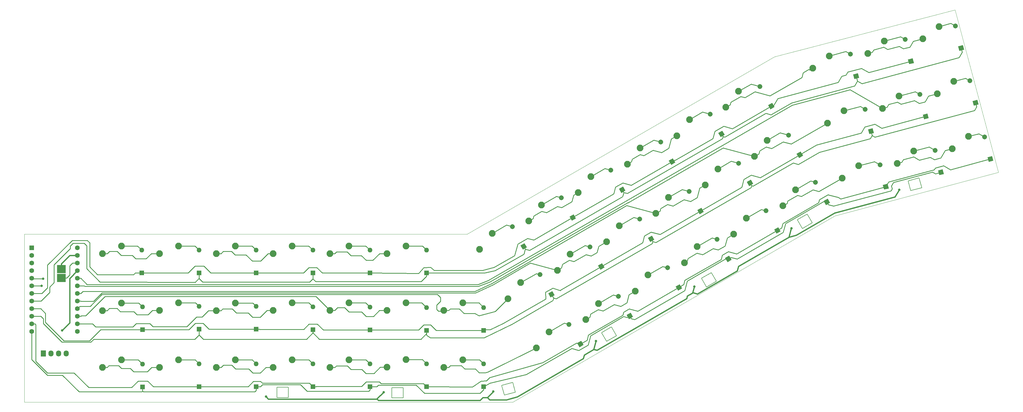
<source format=gbr>
G04 #@! TF.GenerationSoftware,KiCad,Pcbnew,(5.1.5)-3*
G04 #@! TF.CreationDate,2020-03-28T17:37:08+01:00*
G04 #@! TF.ProjectId,kopesh,6b6f7065-7368-42e6-9b69-6361645f7063,rev?*
G04 #@! TF.SameCoordinates,Original*
G04 #@! TF.FileFunction,Copper,L2,Bot*
G04 #@! TF.FilePolarity,Positive*
%FSLAX46Y46*%
G04 Gerber Fmt 4.6, Leading zero omitted, Abs format (unit mm)*
G04 Created by KiCad (PCBNEW (5.1.5)-3) date 2020-03-28 17:37:08*
%MOMM*%
%LPD*%
G04 APERTURE LIST*
%ADD10C,0.050000*%
%ADD11C,0.150000*%
%ADD12R,1.600000X1.600000*%
%ADD13O,1.600000X1.600000*%
%ADD14C,1.600000*%
%ADD15R,1.730000X2.030000*%
%ADD16O,1.730000X2.030000*%
%ADD17R,3.000000X2.750000*%
%ADD18C,2.250000*%
%ADD19C,1.600000*%
%ADD20C,0.800000*%
%ADD21C,0.381000*%
%ADD22C,0.250000*%
G04 APERTURE END LIST*
D10*
X375136651Y-106420121D02*
X360606650Y-52170125D01*
X320476648Y-121060124D02*
X375136651Y-106420121D01*
X212926648Y-183250129D02*
X320476648Y-121060124D01*
X49936648Y-183250121D02*
X212926648Y-183250129D01*
X49926648Y-127100116D02*
X49936648Y-183250121D01*
X197736650Y-127090122D02*
X49926648Y-127100116D01*
X300336652Y-67850125D02*
X197736650Y-127090122D01*
X360606650Y-52170125D02*
X300336652Y-67850125D01*
D11*
X138016660Y-181690112D02*
X138016660Y-178290112D01*
X134216660Y-178290112D02*
X138016660Y-178290112D01*
X134216660Y-181690112D02*
X134216660Y-178290112D01*
X134216660Y-181690112D02*
X138016660Y-181690112D01*
X280930800Y-142903522D02*
X279230800Y-139959036D01*
X275939904Y-141859036D02*
X279230800Y-139959036D01*
X277639904Y-144803522D02*
X275939904Y-141859036D01*
X277639904Y-144803522D02*
X280930800Y-142903522D01*
X349502947Y-111607008D02*
X348622962Y-108322860D01*
X344952444Y-109306372D02*
X348622962Y-108322860D01*
X345832429Y-112590520D02*
X344952444Y-109306372D01*
X345832429Y-112590520D02*
X349502947Y-111607008D01*
X312952272Y-123340873D02*
X311252272Y-120396387D01*
X307961376Y-122296387D02*
X311252272Y-120396387D01*
X309661376Y-125240873D02*
X307961376Y-122296387D01*
X309661376Y-125240873D02*
X312952272Y-123340873D01*
X247610771Y-161059874D02*
X245910771Y-158115388D01*
X242619875Y-160015388D02*
X245910771Y-158115388D01*
X244319875Y-162959874D02*
X242619875Y-160015388D01*
X244319875Y-162959874D02*
X247610771Y-161059874D01*
X213803448Y-179933013D02*
X212923463Y-176648865D01*
X209252945Y-177632377D02*
X212923463Y-176648865D01*
X210132930Y-180916525D02*
X209252945Y-177632377D01*
X210132930Y-180916525D02*
X213803448Y-179933013D01*
X176379161Y-181805113D02*
X176379161Y-178405113D01*
X172579161Y-178405113D02*
X176379161Y-178405113D01*
X172579161Y-181805113D02*
X172579161Y-178405113D01*
X172579161Y-181805113D02*
X176379161Y-181805113D01*
D12*
X89076654Y-140108111D03*
D13*
X89076654Y-132488111D03*
D14*
X67607251Y-131710875D03*
X67607251Y-134250875D03*
X67607251Y-136790875D03*
X67607251Y-139330875D03*
X67607251Y-141870875D03*
X67607251Y-144410875D03*
X67607251Y-146950875D03*
X67607251Y-149490875D03*
X67607251Y-152030875D03*
X67607251Y-154570875D03*
X67607251Y-157110875D03*
X67607251Y-159650875D03*
X52367251Y-159650875D03*
X52367251Y-157110875D03*
X52367251Y-154570875D03*
X52367251Y-152030875D03*
X52367251Y-149490875D03*
X52367251Y-146950875D03*
X52367251Y-144410875D03*
X52367251Y-141870875D03*
X52367251Y-139330875D03*
X52367251Y-136790875D03*
X52367251Y-134250875D03*
D12*
X52367251Y-131710875D03*
D15*
X56261000Y-167005000D03*
D16*
X58801000Y-167005000D03*
X61341000Y-167005000D03*
X63881000Y-167005000D03*
D17*
X62293500Y-138772900D03*
X62293500Y-141770100D03*
D18*
X215616358Y-143320719D03*
X211387096Y-148695423D03*
X255466355Y-98360715D03*
X251237093Y-103735419D03*
X120346649Y-131070121D03*
X113996649Y-133610121D03*
X365152204Y-94471011D03*
X359675975Y-98567964D03*
X360215303Y-76085817D03*
X354739074Y-80182770D03*
X355315300Y-57735818D03*
X349839071Y-61832771D03*
X346815304Y-99375809D03*
X341339075Y-103472762D03*
X341875301Y-81005817D03*
X336399072Y-85102770D03*
X336965302Y-62635812D03*
X331489073Y-66732765D03*
X328455307Y-104275819D03*
X322979078Y-108372772D03*
X323555297Y-85925819D03*
X318079068Y-90022772D03*
X318605303Y-67565817D03*
X313129074Y-71662770D03*
X307386354Y-112270705D03*
X303157092Y-117645409D03*
X297886354Y-95790709D03*
X293657092Y-101165413D03*
X288356353Y-79360708D03*
X284127091Y-84735412D03*
X290946361Y-121780715D03*
X286717099Y-127155419D03*
X281436359Y-105330708D03*
X277207097Y-110705412D03*
X271936360Y-88850709D03*
X267707098Y-94225413D03*
X274476358Y-131300710D03*
X270247096Y-136675414D03*
X264966354Y-114830712D03*
X260737092Y-120205416D03*
X258056357Y-140790713D03*
X253827095Y-146165417D03*
X248516353Y-124320712D03*
X244287091Y-129695416D03*
X239026361Y-107870710D03*
X234797099Y-113245414D03*
X241556351Y-150280712D03*
X237327089Y-155655416D03*
X232076353Y-133820713D03*
X227847091Y-139195417D03*
X222566358Y-117380714D03*
X218337096Y-122755418D03*
X225086361Y-159780715D03*
X220857099Y-165155419D03*
X206096356Y-126850709D03*
X201867094Y-132225413D03*
X196296652Y-169080117D03*
X189946652Y-171620117D03*
X196306645Y-150080123D03*
X189956645Y-152620123D03*
X177306649Y-169070120D03*
X170956649Y-171610120D03*
X177306658Y-150100122D03*
X170956658Y-152640122D03*
X177296650Y-131100116D03*
X170946650Y-133640116D03*
X158306654Y-169110119D03*
X151956654Y-171650119D03*
X158306648Y-150090119D03*
X151956648Y-152630119D03*
X158296650Y-131070123D03*
X151946650Y-133610123D03*
X139316652Y-169100124D03*
X132966652Y-171640124D03*
X139316654Y-150090125D03*
X132966654Y-152630125D03*
X139296658Y-131090114D03*
X132946658Y-133630114D03*
X120366655Y-169120121D03*
X114016655Y-171660121D03*
X120356656Y-150130122D03*
X114006656Y-152670122D03*
X101346650Y-169120119D03*
X94996650Y-171660119D03*
X101346649Y-150080116D03*
X94996649Y-152620116D03*
X101346654Y-131080123D03*
X94996654Y-133620123D03*
X82316650Y-169110120D03*
X75966650Y-171650120D03*
X82326658Y-150110118D03*
X75976658Y-152650118D03*
X82326651Y-131090121D03*
X75976651Y-133630121D03*
G04 #@! TA.AperFunction,ComponentPad*
D11*
G36*
X373412446Y-102573803D02*
G01*
X371866965Y-102987914D01*
X371452854Y-101442433D01*
X372998335Y-101028322D01*
X373412446Y-102573803D01*
G37*
G04 #@! TD.AperFunction*
D19*
X370460449Y-94647763D02*
X370460449Y-94647763D01*
G04 #@! TA.AperFunction,ComponentPad*
D11*
G36*
X368459447Y-83777803D02*
G01*
X366913966Y-84191914D01*
X366499855Y-82646433D01*
X368045336Y-82232322D01*
X368459447Y-83777803D01*
G37*
G04 #@! TD.AperFunction*
D19*
X365507450Y-75851763D02*
X365507450Y-75851763D01*
G04 #@! TA.AperFunction,ComponentPad*
D11*
G36*
X363633449Y-65489808D02*
G01*
X362087968Y-65903919D01*
X361673857Y-64358438D01*
X363219338Y-63944327D01*
X363633449Y-65489808D01*
G37*
G04 #@! TD.AperFunction*
D19*
X360681452Y-57563768D02*
X360681452Y-57563768D01*
G04 #@! TA.AperFunction,ComponentPad*
D11*
G36*
X236619470Y-164149936D02*
G01*
X235233830Y-164949936D01*
X234433830Y-163564296D01*
X235819470Y-162764296D01*
X236619470Y-164149936D01*
G37*
G04 #@! TD.AperFunction*
D19*
X231716650Y-157258002D02*
X231716650Y-157258002D01*
G04 #@! TA.AperFunction,ComponentPad*
D11*
G36*
X226967472Y-147512934D02*
G01*
X225581832Y-148312934D01*
X224781832Y-146927294D01*
X226167472Y-146127294D01*
X226967472Y-147512934D01*
G37*
G04 #@! TD.AperFunction*
D19*
X222064652Y-140621000D02*
X222064652Y-140621000D01*
G04 #@! TA.AperFunction,ComponentPad*
D11*
G36*
X217696475Y-131510939D02*
G01*
X216310835Y-132310939D01*
X215510835Y-130925299D01*
X216896475Y-130125299D01*
X217696475Y-131510939D01*
G37*
G04 #@! TD.AperFunction*
D19*
X212793655Y-124619005D02*
X212793655Y-124619005D01*
G04 #@! TA.AperFunction,ComponentPad*
D11*
G36*
X356902444Y-107018805D02*
G01*
X355356963Y-107432916D01*
X354942852Y-105887435D01*
X356488333Y-105473324D01*
X356902444Y-107018805D01*
G37*
G04 #@! TD.AperFunction*
D19*
X353950447Y-99092765D02*
X353950447Y-99092765D01*
G04 #@! TA.AperFunction,ComponentPad*
D11*
G36*
X351822443Y-88349804D02*
G01*
X350276962Y-88763915D01*
X349862851Y-87218434D01*
X351408332Y-86804323D01*
X351822443Y-88349804D01*
G37*
G04 #@! TD.AperFunction*
D19*
X348870446Y-80423764D02*
X348870446Y-80423764D01*
G04 #@! TA.AperFunction,ComponentPad*
D11*
G36*
X346869449Y-69934807D02*
G01*
X345323968Y-70348918D01*
X344909857Y-68803437D01*
X346455338Y-68389326D01*
X346869449Y-69934807D01*
G37*
G04 #@! TD.AperFunction*
D19*
X343917452Y-62008767D02*
X343917452Y-62008767D01*
D12*
X203268649Y-178081124D03*
D13*
X203268649Y-170461124D03*
D12*
X203268649Y-159285118D03*
D13*
X203268649Y-151665118D03*
G04 #@! TA.AperFunction,ComponentPad*
D11*
G36*
X338487449Y-111844814D02*
G01*
X336941968Y-112258925D01*
X336527857Y-110713444D01*
X338073338Y-110299333D01*
X338487449Y-111844814D01*
G37*
G04 #@! TD.AperFunction*
D19*
X335535452Y-103918774D02*
X335535452Y-103918774D01*
G04 #@! TA.AperFunction,ComponentPad*
D11*
G36*
X333534444Y-93302804D02*
G01*
X331988963Y-93716915D01*
X331574852Y-92171434D01*
X333120333Y-91757323D01*
X333534444Y-93302804D01*
G37*
G04 #@! TD.AperFunction*
D19*
X330582447Y-85376764D02*
X330582447Y-85376764D01*
G04 #@! TA.AperFunction,ComponentPad*
D11*
G36*
X328581444Y-74887807D02*
G01*
X327035963Y-75301918D01*
X326621852Y-73756437D01*
X328167333Y-73342326D01*
X328581444Y-74887807D01*
G37*
G04 #@! TD.AperFunction*
D19*
X325629447Y-66961767D02*
X325629447Y-66961767D01*
D12*
X184218652Y-178081117D03*
D13*
X184218652Y-170461117D03*
D12*
X184171654Y-159285123D03*
D13*
X184171654Y-151665123D03*
D12*
X184218648Y-140108118D03*
D13*
X184218648Y-132488118D03*
G04 #@! TA.AperFunction,ComponentPad*
D11*
G36*
X318915471Y-116651938D02*
G01*
X317529831Y-117451938D01*
X316729831Y-116066298D01*
X318115471Y-115266298D01*
X318915471Y-116651938D01*
G37*
G04 #@! TD.AperFunction*
D19*
X314012651Y-109760004D02*
X314012651Y-109760004D01*
G04 #@! TA.AperFunction,ComponentPad*
D11*
G36*
X309898468Y-100903941D02*
G01*
X308512828Y-101703941D01*
X307712828Y-100318301D01*
X309098468Y-99518301D01*
X309898468Y-100903941D01*
G37*
G04 #@! TD.AperFunction*
D19*
X304995648Y-94012007D02*
X304995648Y-94012007D01*
G04 #@! TA.AperFunction,ComponentPad*
D11*
G36*
X300373472Y-84647942D02*
G01*
X298987832Y-85447942D01*
X298187832Y-84062302D01*
X299573472Y-83262302D01*
X300373472Y-84647942D01*
G37*
G04 #@! TD.AperFunction*
D19*
X295470652Y-77756008D02*
X295470652Y-77756008D01*
D12*
X165295653Y-178081119D03*
D13*
X165295653Y-170461119D03*
D12*
X165295650Y-159158123D03*
D13*
X165295650Y-151538123D03*
D12*
X165295655Y-140108121D03*
D13*
X165295655Y-132488121D03*
G04 #@! TA.AperFunction,ComponentPad*
D11*
G36*
X302405469Y-126176931D02*
G01*
X301019829Y-126976931D01*
X300219829Y-125591291D01*
X301605469Y-124791291D01*
X302405469Y-126176931D01*
G37*
G04 #@! TD.AperFunction*
D19*
X297502649Y-119284997D02*
X297502649Y-119284997D01*
G04 #@! TA.AperFunction,ComponentPad*
D11*
G36*
X293261475Y-110301943D02*
G01*
X291875835Y-111101943D01*
X291075835Y-109716303D01*
X292461475Y-108916303D01*
X293261475Y-110301943D01*
G37*
G04 #@! TD.AperFunction*
D19*
X288358655Y-103410009D02*
X288358655Y-103410009D01*
G04 #@! TA.AperFunction,ComponentPad*
D11*
G36*
X283736478Y-93918941D02*
G01*
X282350838Y-94718941D01*
X281550838Y-93333301D01*
X282936478Y-92533301D01*
X283736478Y-93918941D01*
G37*
G04 #@! TD.AperFunction*
D19*
X278833658Y-87027007D02*
X278833658Y-87027007D01*
D12*
X146245646Y-178081124D03*
D13*
X146245646Y-170461124D03*
D12*
X146245652Y-159031121D03*
D13*
X146245652Y-151411121D03*
D12*
X146245649Y-140108121D03*
D13*
X146245649Y-132488121D03*
G04 #@! TA.AperFunction,ComponentPad*
D11*
G36*
X286022474Y-135701947D02*
G01*
X284636834Y-136501947D01*
X283836834Y-135116307D01*
X285222474Y-134316307D01*
X286022474Y-135701947D01*
G37*
G04 #@! TD.AperFunction*
D19*
X281119654Y-128810013D02*
X281119654Y-128810013D01*
G04 #@! TA.AperFunction,ComponentPad*
D11*
G36*
X276751473Y-119699935D02*
G01*
X275365833Y-120499935D01*
X274565833Y-119114295D01*
X275951473Y-118314295D01*
X276751473Y-119699935D01*
G37*
G04 #@! TD.AperFunction*
D19*
X271848653Y-112808001D02*
X271848653Y-112808001D01*
G04 #@! TA.AperFunction,ComponentPad*
D11*
G36*
X267226472Y-103189943D02*
G01*
X265840832Y-103989943D01*
X265040832Y-102604303D01*
X266426472Y-101804303D01*
X267226472Y-103189943D01*
G37*
G04 #@! TD.AperFunction*
D19*
X262323652Y-96298009D02*
X262323652Y-96298009D01*
D12*
X127322653Y-178081124D03*
D13*
X127322653Y-170461124D03*
D12*
X127322651Y-158904123D03*
D13*
X127322651Y-151284123D03*
D12*
X127322655Y-140108126D03*
D13*
X127322655Y-132488126D03*
G04 #@! TA.AperFunction,ComponentPad*
D11*
G36*
X269512475Y-145226937D02*
G01*
X268126835Y-146026937D01*
X267326835Y-144641297D01*
X268712475Y-143841297D01*
X269512475Y-145226937D01*
G37*
G04 #@! TD.AperFunction*
D19*
X264609655Y-138335003D02*
X264609655Y-138335003D01*
G04 #@! TA.AperFunction,ComponentPad*
D11*
G36*
X260241479Y-128970938D02*
G01*
X258855839Y-129770938D01*
X258055839Y-128385298D01*
X259441479Y-127585298D01*
X260241479Y-128970938D01*
G37*
G04 #@! TD.AperFunction*
D19*
X255338659Y-122079004D02*
X255338659Y-122079004D01*
G04 #@! TA.AperFunction,ComponentPad*
D11*
G36*
X250589467Y-112587936D02*
G01*
X249203827Y-113387936D01*
X248403827Y-112002296D01*
X249789467Y-111202296D01*
X250589467Y-112587936D01*
G37*
G04 #@! TD.AperFunction*
D19*
X245686647Y-105696002D02*
X245686647Y-105696002D01*
D12*
X108272654Y-178081117D03*
D13*
X108272654Y-170461117D03*
D12*
X108272652Y-158904120D03*
D13*
X108272652Y-151284120D03*
D12*
X108272654Y-140108123D03*
D13*
X108272654Y-132488123D03*
G04 #@! TA.AperFunction,ComponentPad*
D11*
G36*
X253129473Y-154751948D02*
G01*
X251743833Y-155551948D01*
X250943833Y-154166308D01*
X252329473Y-153366308D01*
X253129473Y-154751948D01*
G37*
G04 #@! TD.AperFunction*
D19*
X248226653Y-147860014D02*
X248226653Y-147860014D01*
G04 #@! TA.AperFunction,ComponentPad*
D11*
G36*
X243604468Y-138241935D02*
G01*
X242218828Y-139041935D01*
X241418828Y-137656295D01*
X242804468Y-136856295D01*
X243604468Y-138241935D01*
G37*
G04 #@! TD.AperFunction*
D19*
X238701648Y-131350001D02*
X238701648Y-131350001D01*
G04 #@! TA.AperFunction,ComponentPad*
D11*
G36*
X234079473Y-121858940D02*
G01*
X232693833Y-122658940D01*
X231893833Y-121273300D01*
X233279473Y-120473300D01*
X234079473Y-121858940D01*
G37*
G04 #@! TD.AperFunction*
D19*
X229176653Y-114967006D02*
X229176653Y-114967006D01*
D12*
X89349657Y-178208127D03*
D13*
X89349657Y-170588127D03*
D12*
X89349650Y-159031124D03*
D13*
X89349650Y-151411124D03*
D20*
X169835161Y-179926611D03*
X130592160Y-181424114D03*
X206474658Y-179736111D03*
X240757837Y-162884046D03*
X273575972Y-144669723D03*
X306002319Y-125141802D03*
X341970180Y-112287450D03*
X62484000Y-159258000D03*
X55689500Y-144399000D03*
X56197500Y-142049500D03*
D21*
X167612660Y-182149114D02*
X167612659Y-182212611D01*
X169835161Y-179926611D02*
X167612660Y-182149114D01*
X131380660Y-182212614D02*
X167612659Y-182212611D01*
X130592160Y-181424114D02*
X131380660Y-182212614D01*
X206474658Y-179736111D02*
X206074659Y-180136112D01*
X206074659Y-180136112D02*
X204506157Y-181704611D01*
X202029658Y-182657110D02*
X202982159Y-181704611D01*
X202982159Y-181704611D02*
X204506157Y-181704611D01*
X168120660Y-182657114D02*
X202029658Y-182657110D01*
X167612659Y-182212611D02*
X167676158Y-182212612D01*
X167676158Y-182212612D02*
X168120660Y-182657114D01*
X240014075Y-165659808D02*
X240757837Y-162884046D01*
X257552770Y-156413721D02*
X271025958Y-148634969D01*
X271025958Y-148634969D02*
X271258385Y-147767544D01*
X241109978Y-165906971D02*
X257552770Y-156413721D01*
X240014075Y-165659808D02*
X240069066Y-165628058D01*
X240069066Y-165628058D02*
X241109978Y-165906971D01*
X271258385Y-147767544D02*
X272743186Y-146910295D01*
X272743186Y-146910295D02*
X273018148Y-146751544D01*
X273018148Y-146751544D02*
X273575972Y-144669723D01*
X273018148Y-146751544D02*
X273128134Y-146688042D01*
X287876024Y-139431227D02*
X288297997Y-137856397D01*
X273128134Y-146688042D02*
X274616217Y-147086773D01*
X274616217Y-147086773D02*
X287876024Y-139431227D01*
X288297997Y-137856397D02*
X305157076Y-128122799D01*
X305157076Y-128122799D02*
X305947327Y-125173554D01*
X305947327Y-125173554D02*
X306002319Y-125141802D01*
X236824504Y-167501305D02*
X240014075Y-165659808D01*
X236507829Y-168683142D02*
X236824504Y-167501305D01*
X214481784Y-181459425D02*
X236507829Y-168683142D01*
X214460695Y-181495950D02*
X214481784Y-181459425D01*
X210838132Y-182466612D02*
X214460695Y-181495950D01*
X205268158Y-182466612D02*
X210838132Y-182466612D01*
X204506157Y-181704611D02*
X205268158Y-182466612D01*
X340595833Y-114667890D02*
X341970180Y-112287450D01*
X320592983Y-120027636D02*
X340595833Y-114667890D01*
X320532705Y-120011483D02*
X320592983Y-120027636D01*
X305157076Y-128122799D02*
X307632202Y-127459592D01*
X307632202Y-127459592D02*
X320532705Y-120011483D01*
X62293500Y-137016900D02*
X62293500Y-138772900D01*
X67607251Y-134250875D02*
X65059525Y-134250875D01*
X65059525Y-134250875D02*
X62293500Y-137016900D01*
X62484000Y-159258000D02*
X65024000Y-156718000D01*
X65024000Y-141914126D02*
X67607251Y-139330875D01*
X65024000Y-156718000D02*
X65024000Y-141914126D01*
D22*
X104554715Y-140108113D02*
X106893674Y-137769151D01*
X106893674Y-137769151D02*
X109814677Y-137769151D01*
X89076654Y-140108111D02*
X104554715Y-140108113D01*
X109814677Y-137769151D02*
X112100673Y-140055150D01*
X127269683Y-140055155D02*
X127322655Y-140108126D01*
X112100673Y-140055150D02*
X127269683Y-140055155D01*
X128372656Y-140108126D02*
X128425626Y-140055152D01*
X127322655Y-140108126D02*
X128372656Y-140108126D01*
X128425626Y-140055152D02*
X143088675Y-140055150D01*
X143088675Y-140055150D02*
X144866674Y-138277156D01*
X144866674Y-138277156D02*
X147533672Y-138277154D01*
X149364643Y-140108121D02*
X165295655Y-140108121D01*
X147533672Y-138277154D02*
X149364643Y-140108121D01*
X249712547Y-109990716D02*
X252536565Y-110747402D01*
X247292878Y-111387711D02*
X249712547Y-109990716D01*
X232986653Y-121566120D02*
X246684667Y-113657567D01*
X252536565Y-110747402D02*
X266133652Y-102897123D01*
X246684667Y-113657567D02*
X247292878Y-111387711D01*
X267042980Y-102372120D02*
X267254961Y-102428919D01*
X266133652Y-102897123D02*
X267042980Y-102372120D01*
X267254961Y-102428919D02*
X279804904Y-95183205D01*
X279804904Y-95183205D02*
X280455702Y-92754410D01*
X280455702Y-92754410D02*
X283370308Y-91071658D01*
X286291530Y-91854397D02*
X299280652Y-84355122D01*
X283370308Y-91071658D02*
X286291530Y-91854397D01*
X300080652Y-84140764D02*
X301434303Y-81796171D01*
X299280652Y-84355122D02*
X300080652Y-84140764D01*
X301434303Y-81796171D02*
X321598151Y-76393288D01*
X321598151Y-76393288D02*
X322765585Y-74371232D01*
X322765585Y-74371232D02*
X324237653Y-73976791D01*
X324237653Y-73976791D02*
X324821370Y-72965765D01*
X324821370Y-72965765D02*
X329421597Y-71733140D01*
X331845095Y-73132349D02*
X345889653Y-69369122D01*
X329421597Y-71733140D02*
X331845095Y-73132349D01*
X219976703Y-129077418D02*
X232986653Y-121566120D01*
X186745846Y-139232178D02*
X202905822Y-139232178D01*
X185575653Y-138221349D02*
X186745846Y-139232178D01*
X183221148Y-138334224D02*
X185575653Y-138221349D01*
X181512429Y-140200634D02*
X183221148Y-138334224D01*
X165295655Y-140108121D02*
X181512429Y-140200634D01*
X206686386Y-138245614D02*
X213589855Y-134292365D01*
X213589855Y-134292365D02*
X214635770Y-130388949D01*
X214635770Y-130388949D02*
X217880334Y-128515694D01*
X217880334Y-128515694D02*
X219976703Y-129077418D01*
X202905822Y-139232178D02*
X206686386Y-138245614D01*
X55741122Y-146950878D02*
X52367253Y-146950878D01*
X57627017Y-145064983D02*
X55741122Y-146950878D01*
X74318176Y-140626650D02*
X71714676Y-138023159D01*
X86383173Y-140626654D02*
X74318176Y-140626650D01*
X89076654Y-140108111D02*
X86901713Y-140108113D01*
X71714676Y-138023159D02*
X71714673Y-130022152D01*
X86901713Y-140108113D02*
X86383173Y-140626654D01*
X57627017Y-141822763D02*
X57627017Y-145064983D01*
X71714673Y-130022152D02*
X70889178Y-129196654D01*
X70889178Y-129196654D02*
X65872678Y-129196650D01*
X65872678Y-129196650D02*
X57617675Y-137451650D01*
X57617675Y-137451650D02*
X57617674Y-141813421D01*
X57617674Y-141813421D02*
X57627017Y-141822763D01*
X87678665Y-131090121D02*
X89076651Y-132488116D01*
X82326652Y-131090118D02*
X87678665Y-131090121D01*
X90399645Y-159031126D02*
X90410176Y-159041653D01*
X89349650Y-159031124D02*
X90399645Y-159031126D01*
X90410176Y-159041653D02*
X104861672Y-159041651D01*
X104861672Y-159041651D02*
X106957177Y-156946154D01*
X106957177Y-156946154D02*
X109560672Y-156946152D01*
X111518647Y-158904119D02*
X127322651Y-158904123D01*
X109560672Y-156946152D02*
X111518647Y-158904119D01*
X128372655Y-158904126D02*
X128383175Y-158914654D01*
X127322651Y-158904123D02*
X128372655Y-158904126D01*
X128383175Y-158914654D02*
X143215672Y-158914652D01*
X143215672Y-158914652D02*
X144930176Y-157200153D01*
X144930176Y-157200153D02*
X147724173Y-157200153D01*
X149682143Y-159158121D02*
X166149702Y-159158122D01*
X147724173Y-157200153D02*
X149682143Y-159158121D01*
X187401146Y-159285122D02*
X203268649Y-159285118D01*
X185549116Y-157433088D02*
X187401146Y-159285122D01*
X183284174Y-157433091D02*
X185549116Y-157433088D01*
X165295650Y-159158123D02*
X181559146Y-159158121D01*
X181559146Y-159158121D02*
X183284174Y-157433091D01*
X55369402Y-152030879D02*
X56919176Y-153580650D01*
X52367254Y-152030879D02*
X55369402Y-152030879D01*
X75408200Y-159031128D02*
X89349650Y-159031124D01*
X56919176Y-153580650D02*
X56919177Y-156582800D01*
X242511648Y-137949115D02*
X256312288Y-129981315D01*
X256312288Y-129981315D02*
X256930589Y-127673769D01*
X256930589Y-127673769D02*
X259119055Y-126410258D01*
X262131006Y-127217309D02*
X275658653Y-119407115D01*
X259119055Y-126410258D02*
X262131006Y-127217309D01*
X275658653Y-119407115D02*
X289407342Y-111469311D01*
X289407342Y-111469311D02*
X290121423Y-108804330D01*
X290121423Y-108804330D02*
X292571582Y-107389734D01*
X295640474Y-108212035D02*
X308805648Y-100611121D01*
X292571582Y-107389734D02*
X295640474Y-108212035D01*
X309714977Y-100086120D02*
X309723785Y-100053217D01*
X308805648Y-100611121D02*
X309714977Y-100086120D01*
X309723785Y-100053217D02*
X314415048Y-97344724D01*
X314415048Y-97344724D02*
X329272979Y-93363552D01*
X329272979Y-93363552D02*
X330459442Y-91308543D01*
X330459442Y-91308543D02*
X333894272Y-90388181D01*
X336186057Y-91711339D02*
X350842647Y-87784119D01*
X333894272Y-90388181D02*
X336186057Y-91711339D01*
X228914728Y-145799304D02*
X242511648Y-137949115D01*
X228858994Y-146007298D02*
X228914728Y-145799304D01*
X226303205Y-145136532D02*
X228858994Y-146007298D01*
X223883527Y-146533530D02*
X226303205Y-145136532D01*
X223932902Y-148778055D02*
X223883527Y-146533530D01*
X209799802Y-156937801D02*
X223932902Y-148778055D01*
X204069144Y-159071050D02*
X205418950Y-159071050D01*
X204068647Y-159070764D02*
X204069144Y-159071050D01*
X203268649Y-159285118D02*
X204068647Y-159070764D01*
X205418950Y-159071050D02*
X209799802Y-156937801D01*
X71675437Y-162766563D02*
X71755000Y-162687000D01*
X63102937Y-162766563D02*
X71675437Y-162766563D01*
X56919177Y-156582800D02*
X63102937Y-162766563D01*
X71755000Y-162687000D02*
X75408200Y-159031128D01*
X88048644Y-150110122D02*
X89349650Y-151411124D01*
X82326651Y-150110118D02*
X88048644Y-150110122D01*
X89349656Y-179258129D02*
X89349657Y-178208127D01*
X127322654Y-179131120D02*
X127322653Y-178081124D01*
X127322654Y-179131120D02*
X127322650Y-179343626D01*
X164878517Y-179605266D02*
X165295654Y-179188131D01*
X128747158Y-178081118D02*
X129382018Y-177446267D01*
X127322653Y-178081124D02*
X128747158Y-178081118D01*
X165295654Y-179188131D02*
X165295653Y-178081119D01*
X129382018Y-177446267D02*
X142125785Y-177446264D01*
X142125785Y-177446264D02*
X144284790Y-179605265D01*
X144284790Y-179605265D02*
X164878517Y-179605266D01*
X127322647Y-179316180D02*
X127322654Y-179131120D01*
X126843063Y-179795762D02*
X127322647Y-179316180D01*
X89631016Y-179795763D02*
X126843063Y-179795762D01*
X89349656Y-179258129D02*
X89349659Y-179514405D01*
X89349659Y-179514405D02*
X89631016Y-179795763D01*
X202085622Y-180314156D02*
X203268653Y-179131124D01*
X167589140Y-178081120D02*
X168096998Y-177573265D01*
X183474672Y-180314150D02*
X202085622Y-180314156D01*
X203268653Y-179131124D02*
X203268649Y-178081124D01*
X165295653Y-178081119D02*
X167589140Y-178081120D01*
X180733784Y-177573260D02*
X183474672Y-180314150D01*
X168096998Y-177573265D02*
X180733784Y-177573260D01*
X249955228Y-154670065D02*
X251127324Y-154984128D01*
X238916015Y-161043557D02*
X249955228Y-154670065D01*
X234999692Y-165944294D02*
X238079279Y-164166295D01*
X232657641Y-165316745D02*
X234999692Y-165944294D01*
X238079279Y-164166295D02*
X238916015Y-161043557D01*
X203268649Y-178081124D02*
X205363821Y-176871475D01*
X251127324Y-154984128D02*
X252036653Y-154459128D01*
X284261328Y-135230044D02*
X284929654Y-135409127D01*
X252561659Y-155368456D02*
X253662899Y-155663530D01*
X271245438Y-142744772D02*
X284261328Y-135230044D01*
X252036653Y-154459128D02*
X252561659Y-155368456D01*
X253662899Y-155663530D02*
X270368185Y-146018729D01*
X270368185Y-146018729D02*
X271245438Y-142744772D01*
X284929654Y-135409127D02*
X285838976Y-134884122D01*
X285838976Y-134884122D02*
X287859674Y-135425570D01*
X287859674Y-135425570D02*
X303245524Y-126542542D01*
X316964161Y-116129083D02*
X317822651Y-116359118D01*
X303245524Y-126542542D02*
X304035774Y-123593296D01*
X304035774Y-123593296D02*
X316964161Y-116129083D01*
X318347654Y-117268448D02*
X317822651Y-116359118D01*
X339629582Y-111995949D02*
X339278390Y-112604229D01*
X354097275Y-106942229D02*
X353078907Y-106354272D01*
X353078907Y-106354272D02*
X340040140Y-109847997D01*
X339366622Y-111014565D02*
X339629582Y-111995949D01*
X320109479Y-117740525D02*
X318347654Y-117268448D01*
X339278390Y-112604229D02*
X320109479Y-117740525D01*
X355922648Y-106453120D02*
X354097275Y-106942229D01*
X340040140Y-109847997D02*
X339366622Y-111014565D01*
X205363821Y-176871475D02*
X217424000Y-174053500D01*
X217424000Y-174053500D02*
X232657641Y-165316745D01*
X89349654Y-179572374D02*
X89349656Y-179258129D01*
X89126265Y-179795761D02*
X89349654Y-179572374D01*
X68148293Y-179795766D02*
X89126265Y-179795761D01*
X62635513Y-174282987D02*
X68148293Y-179795766D01*
X52367256Y-164014727D02*
X52367254Y-164014729D01*
X52367254Y-159650880D02*
X52367256Y-164014727D01*
X52367254Y-164014729D02*
X52367254Y-169016754D01*
X52367254Y-169016754D02*
X57633487Y-174282987D01*
X57633487Y-174282987D02*
X62635513Y-174282987D01*
X87871655Y-169110121D02*
X89349656Y-170588125D01*
X82316653Y-169110122D02*
X87871655Y-169110121D01*
X227517180Y-114522354D02*
X229176652Y-114967006D01*
X222566357Y-117380712D02*
X227517180Y-114522354D01*
X237099368Y-130920675D02*
X238701648Y-131350007D01*
X232076350Y-133820712D02*
X237099368Y-130920675D01*
X246534469Y-147406596D02*
X248226652Y-147860011D01*
X241556353Y-150280716D02*
X246534469Y-147406596D01*
X182400618Y-142976153D02*
X184218647Y-141158123D01*
X147152679Y-142976149D02*
X182400618Y-142976153D01*
X146245649Y-140108121D02*
X146245653Y-142069131D01*
X184218647Y-141158123D02*
X184218648Y-140108118D01*
X146245653Y-142069131D02*
X147152679Y-142976149D01*
X146245657Y-141978179D02*
X146245649Y-140108121D01*
X109433678Y-143103154D02*
X145120676Y-143103155D01*
X108272654Y-140108123D02*
X108272653Y-141942130D01*
X145120676Y-143103155D02*
X146245657Y-141978179D01*
X108272653Y-141942130D02*
X109433678Y-143103154D01*
X217128648Y-132127446D02*
X216603655Y-131218119D01*
X250021647Y-113204450D02*
X249496647Y-112295116D01*
X249655888Y-114569483D02*
X250021647Y-113204450D01*
X218573872Y-132514691D02*
X249655888Y-114569483D01*
X217128648Y-132127446D02*
X218573872Y-132514691D01*
X282997875Y-95172829D02*
X283168659Y-94535446D01*
X251213196Y-113523718D02*
X282997875Y-95172829D01*
X283168659Y-94535446D02*
X282643658Y-93626121D01*
X250021647Y-113204450D02*
X251213196Y-113523718D01*
X327873410Y-75336344D02*
X327601648Y-74322122D01*
X363029432Y-66326556D02*
X362653653Y-64924123D01*
X329546230Y-76827470D02*
X361985031Y-68135513D01*
X361985031Y-68135513D02*
X363029432Y-66326556D01*
X327873410Y-75336344D02*
X328039927Y-75957804D01*
X328039927Y-75957804D02*
X329546230Y-76827470D01*
X328049867Y-75994891D02*
X327873410Y-75336344D01*
X283719297Y-94682991D02*
X297449641Y-86755779D01*
X283168659Y-94535446D02*
X283719297Y-94682991D01*
X297449641Y-86755779D02*
X299184494Y-87220629D01*
X299184494Y-87220629D02*
X306058566Y-83251880D01*
X327117942Y-77609035D02*
X328049867Y-75994891D01*
X306058566Y-83251880D02*
X327117942Y-77609035D01*
X216671683Y-133832892D02*
X217128648Y-132127446D01*
X207065713Y-139311213D02*
X216671683Y-133832892D01*
X184218648Y-140108118D02*
X203553882Y-140108118D01*
X203553882Y-140108118D02*
X207065713Y-139311213D01*
X108272652Y-141851177D02*
X108272654Y-140108123D01*
X106957175Y-143166651D02*
X108272652Y-141851177D01*
X75143677Y-143103151D02*
X106957175Y-143166651D01*
X70698675Y-138658152D02*
X75143677Y-143103151D01*
X59840174Y-143293656D02*
X59840174Y-137324652D01*
X58356500Y-144777330D02*
X59840174Y-143293656D01*
X58356500Y-146621500D02*
X58356500Y-144777330D01*
X70698676Y-130974652D02*
X70698675Y-138658152D01*
X52367252Y-149490876D02*
X55487124Y-149490876D01*
X66190175Y-130149155D02*
X69873173Y-130149151D01*
X55487124Y-149490876D02*
X58356500Y-146621500D01*
X69873173Y-130149151D02*
X70698676Y-130974652D01*
X59840174Y-137324652D02*
X65237680Y-131927156D01*
X65237680Y-131927156D02*
X65237674Y-131101652D01*
X65237674Y-131101652D02*
X66190175Y-130149155D01*
X106864643Y-131080123D02*
X108272652Y-132488126D01*
X101346650Y-131080125D02*
X106864643Y-131080123D01*
X146245657Y-160081122D02*
X146245652Y-159031121D01*
X144110120Y-162216654D02*
X146245657Y-160081122D01*
X109687673Y-162216651D02*
X144110120Y-162216654D01*
X108272652Y-158904120D02*
X108272654Y-160801630D01*
X108272654Y-160801630D02*
X109687673Y-162216651D01*
X146245657Y-160081122D02*
X148381187Y-162216650D01*
X184171651Y-160335123D02*
X184171654Y-159285123D01*
X182290120Y-162216655D02*
X184171651Y-160335123D01*
X148381187Y-162216650D02*
X182290120Y-162216655D01*
X259673659Y-129587444D02*
X259148659Y-128678118D01*
X259503940Y-130220840D02*
X259673659Y-129587444D01*
X227484793Y-148707103D02*
X259503940Y-130220840D01*
X225874652Y-147220114D02*
X226595604Y-148468849D01*
X226595604Y-148468849D02*
X227484793Y-148707103D01*
X292693658Y-110918451D02*
X292168655Y-110009123D01*
X292532972Y-111518136D02*
X292693658Y-110918451D01*
X259673659Y-129587444D02*
X260740760Y-129873378D01*
X260740760Y-129873378D02*
X292532972Y-111518136D01*
X332826410Y-93751348D02*
X332554648Y-92737119D01*
X293206599Y-111055895D02*
X306581186Y-103334075D01*
X306581186Y-103334075D02*
X308316036Y-103798924D01*
X292693658Y-110918451D02*
X293206599Y-111055895D01*
X308316036Y-103798924D02*
X315355088Y-99734925D01*
X332927406Y-94128295D02*
X332826410Y-93751348D01*
X332313973Y-95190808D02*
X332927406Y-94128295D01*
X315355088Y-99734925D02*
X332313973Y-95190808D01*
X367119205Y-85824428D02*
X367843479Y-84569945D01*
X367843479Y-84569945D02*
X367479651Y-83212118D01*
X333874930Y-94732206D02*
X367119205Y-85824428D01*
X332826410Y-93751348D02*
X332945436Y-94195558D01*
X332945436Y-94195558D02*
X333874930Y-94732206D01*
X184171654Y-159285123D02*
X184148618Y-160895646D01*
X184148618Y-160895646D02*
X185452032Y-161756233D01*
X226384941Y-149342105D02*
X226611533Y-148496435D01*
X226611533Y-148496435D02*
X225874652Y-147220114D01*
X212832696Y-157143196D02*
X226384941Y-149342105D01*
X185452032Y-161756233D02*
X203390500Y-161734500D01*
X212832696Y-157143196D02*
X203390500Y-161734500D01*
X62427597Y-163216573D02*
X72114427Y-163216573D01*
X56220676Y-155422153D02*
X56220680Y-157009651D01*
X52367255Y-154570877D02*
X55369396Y-154570881D01*
X56220680Y-157009651D02*
X62349762Y-163138733D01*
X72114427Y-163216573D02*
X72199500Y-163131500D01*
X108272651Y-160774174D02*
X108272652Y-158904120D01*
X62349762Y-163138733D02*
X62349762Y-163138738D01*
X106766672Y-162280155D02*
X108272651Y-160774174D01*
X55369396Y-154570881D02*
X56220676Y-155422153D01*
X62349762Y-163138738D02*
X62427597Y-163216573D01*
X72199500Y-163131500D02*
X73111674Y-162280155D01*
X73111674Y-162280155D02*
X106766672Y-162280155D01*
X107068653Y-150080116D02*
X108272652Y-151284120D01*
X101346652Y-150080122D02*
X107068653Y-150080116D01*
X145102785Y-176938262D02*
X146245646Y-178081124D01*
X124620714Y-178081122D02*
X126388174Y-176313652D01*
X108272654Y-178081117D02*
X124620714Y-178081122D01*
X126388174Y-176313652D02*
X128737677Y-176313654D01*
X128737677Y-176313654D02*
X129362286Y-176938262D01*
X129362286Y-176938262D02*
X145102785Y-176938262D01*
X183202794Y-177065266D02*
X184218652Y-178081117D01*
X169006017Y-177065264D02*
X183202794Y-177065266D01*
X168444905Y-176504153D02*
X169006017Y-177065264D01*
X146245646Y-178081124D02*
X147295648Y-178081124D01*
X147295648Y-178081124D02*
X147348618Y-178028153D01*
X147348618Y-178028153D02*
X162519673Y-178028146D01*
X162519673Y-178028146D02*
X164043672Y-176504153D01*
X164043672Y-176504153D02*
X168444905Y-176504153D01*
X234252922Y-163515827D02*
X235526650Y-163857116D01*
X184218652Y-178081117D02*
X199466077Y-178155266D01*
X202363667Y-176189048D02*
X204135297Y-176126544D01*
X199466077Y-178155266D02*
X202363667Y-176189048D01*
X204135297Y-176126544D02*
X204171241Y-176126541D01*
X204171241Y-176126541D02*
X205264517Y-175033262D01*
X251814034Y-152111595D02*
X254664837Y-152875466D01*
X237764563Y-162565058D02*
X238222069Y-160857621D01*
X235526650Y-163857116D02*
X237764563Y-162565058D01*
X238222069Y-160857621D02*
X249714403Y-154222519D01*
X254664837Y-152875466D02*
X268419655Y-144934117D01*
X249714403Y-154222519D02*
X249999277Y-153159347D01*
X249999277Y-153159347D02*
X251814034Y-152111595D01*
X287700331Y-133743192D02*
X301312649Y-125884111D01*
X282939855Y-134141098D02*
X284919592Y-132998099D01*
X282562009Y-135551239D02*
X282939855Y-134141098D01*
X269328979Y-144409119D02*
X269349083Y-144334084D01*
X284919592Y-132998099D02*
X287700331Y-133743192D01*
X269349083Y-144334084D02*
X270043846Y-143932961D01*
X268419655Y-144934117D02*
X269328979Y-144409119D01*
X270043846Y-143932961D02*
X270409764Y-142567338D01*
X270409764Y-142567338D02*
X282562009Y-135551239D01*
X322452048Y-115313265D02*
X337507653Y-111279129D01*
X321668331Y-114860784D02*
X322452048Y-115313265D01*
X318285373Y-113954324D02*
X321668331Y-114860784D01*
X318253620Y-113899330D02*
X318285373Y-113954324D01*
X315339011Y-115582080D02*
X318253620Y-113899330D01*
X302708126Y-125078433D02*
X303121863Y-123534352D01*
X301312649Y-125884111D02*
X302708126Y-125078433D01*
X303121863Y-123534352D02*
X315054135Y-116645251D01*
X315054135Y-116645251D02*
X315339011Y-115582080D01*
X338425765Y-109688907D02*
X353678607Y-105601922D01*
X353995680Y-105052738D02*
X356817147Y-104296728D01*
X356817147Y-104296728D02*
X359059618Y-105591413D01*
X359059618Y-105591413D02*
X372432650Y-102008118D01*
X337507653Y-111279129D02*
X338425765Y-109688907D01*
X353678607Y-105601922D02*
X353995680Y-105052738D01*
X222973496Y-170028004D02*
X205264517Y-175033262D01*
X222973496Y-170028004D02*
X234252922Y-163515827D01*
X87907174Y-176186654D02*
X91082175Y-176186655D01*
X85748179Y-178345653D02*
X87907174Y-176186654D01*
X71397174Y-178345653D02*
X85748179Y-178345653D01*
X66484500Y-173482000D02*
X71397174Y-178345653D01*
X53478878Y-157110878D02*
X53721000Y-157353000D01*
X52367248Y-157110876D02*
X53478878Y-157110878D01*
X53721000Y-169608500D02*
X57594500Y-173482000D01*
X92976642Y-178081119D02*
X108272654Y-178081117D01*
X53721000Y-157353000D02*
X53721000Y-169608500D01*
X91082175Y-176186655D02*
X92976642Y-178081119D01*
X57594500Y-173482000D02*
X66484500Y-173482000D01*
X106931653Y-169120121D02*
X108272653Y-170461115D01*
X101346650Y-169120121D02*
X106931653Y-169120121D01*
X243710283Y-105166440D02*
X245686645Y-105696006D01*
X239026356Y-107870705D02*
X243710283Y-105166440D01*
X253330911Y-121541027D02*
X255338657Y-122079004D01*
X248516356Y-124320714D02*
X253330911Y-121541027D01*
X263038799Y-137914098D02*
X264609652Y-138335008D01*
X258056359Y-140790711D02*
X263038799Y-137914098D01*
X125904657Y-131070120D02*
X127322650Y-132488125D01*
X120346658Y-131070121D02*
X125904657Y-131070120D01*
X126168651Y-150130121D02*
X127322648Y-151284119D01*
X120356654Y-150130130D02*
X126168651Y-150130121D01*
X125981652Y-169120120D02*
X127322653Y-170461120D01*
X120366650Y-169120122D02*
X125981652Y-169120120D01*
X260080244Y-95696886D02*
X262323654Y-96298009D01*
X255466356Y-98360714D02*
X260080244Y-95696886D01*
X269540840Y-112189629D02*
X271848650Y-112808003D01*
X264966350Y-114830710D02*
X269540840Y-112189629D01*
X279528732Y-128383724D02*
X281119655Y-128810006D01*
X274476359Y-131300711D02*
X279528732Y-128383724D01*
X144847642Y-131090114D02*
X146245652Y-132488121D01*
X139296652Y-131090119D02*
X144847642Y-131090114D01*
X144924652Y-150090122D02*
X146245652Y-151411120D01*
X139316653Y-150090122D02*
X144924652Y-150090122D01*
X144884645Y-169100123D02*
X146245647Y-170461125D01*
X139316656Y-169100123D02*
X144884645Y-169100123D01*
X276280179Y-86342806D02*
X278833659Y-87027007D01*
X271936355Y-88850710D02*
X276280179Y-86342806D01*
X285902850Y-102751980D02*
X288358657Y-103410012D01*
X281436350Y-105330717D02*
X285902850Y-102751980D01*
X295977075Y-118876229D02*
X297502651Y-119285001D01*
X290946359Y-121780716D02*
X295977075Y-118876229D01*
X163877661Y-131070125D02*
X165295655Y-132488123D01*
X158296652Y-131070124D02*
X163877661Y-131070125D01*
X163847651Y-150090123D02*
X165295655Y-151538123D01*
X158306653Y-150090120D02*
X163847651Y-150090123D01*
X163944653Y-169110121D02*
X165295652Y-170461124D01*
X158306651Y-169110122D02*
X163944653Y-169110121D01*
X292509870Y-76962669D02*
X295470652Y-77756007D01*
X288356351Y-79360705D02*
X292509870Y-76962669D01*
X302244140Y-93274743D02*
X304995648Y-94012005D01*
X297886355Y-95790710D02*
X302244140Y-93274743D01*
X312457004Y-109343171D02*
X314012656Y-109760010D01*
X307386359Y-112270708D02*
X312457004Y-109343171D01*
X182830650Y-131100118D02*
X184218646Y-132488121D01*
X177296647Y-131100124D02*
X182830650Y-131100118D01*
X182606656Y-150100123D02*
X184171653Y-151665121D01*
X177306653Y-150100126D02*
X182606656Y-150100123D01*
X182827648Y-169070117D02*
X184218650Y-170461120D01*
X177306648Y-169070117D02*
X182827648Y-169070117D01*
X324117486Y-66088830D02*
X325629448Y-66961766D01*
X318605305Y-67565814D02*
X324117486Y-66088830D01*
X329004458Y-84465716D02*
X330582447Y-85376770D01*
X323555297Y-85925817D02*
X329004458Y-84465716D01*
X333713526Y-102866880D02*
X335535454Y-103918770D01*
X328455303Y-104275819D02*
X333713526Y-102866880D01*
X201683645Y-150080123D02*
X203268652Y-151665122D01*
X196306649Y-150080121D02*
X201683645Y-150080123D01*
X201887652Y-169080121D02*
X203268651Y-170461125D01*
X196296649Y-169080121D02*
X201887652Y-169080121D01*
X342455512Y-61164713D02*
X343917454Y-62008767D01*
X336965304Y-62635813D02*
X342455512Y-61164713D01*
X347341652Y-79541114D02*
X348870448Y-80423761D01*
X341875302Y-81005818D02*
X347341652Y-79541114D01*
X352023547Y-97980270D02*
X353950451Y-99092766D01*
X346815304Y-99375814D02*
X352023547Y-97980270D01*
X210859446Y-124100735D02*
X212793652Y-124619006D01*
X206096349Y-126850708D02*
X210859446Y-124100735D01*
X220854174Y-140296656D02*
X222064655Y-140621000D01*
X215616352Y-143320714D02*
X220854174Y-140296656D01*
X230172476Y-156844245D02*
X231716647Y-157258003D01*
X225086357Y-159780715D02*
X230172476Y-156844245D01*
X359183995Y-56699207D02*
X360681447Y-57563765D01*
X355315301Y-57735826D02*
X359183995Y-56699207D01*
X364106793Y-75043096D02*
X365507453Y-75851765D01*
X360215301Y-76085820D02*
X364106793Y-75043096D01*
X368568702Y-93555559D02*
X370460448Y-94647766D01*
X365152203Y-94471012D02*
X368568702Y-93555559D01*
X77567642Y-133630118D02*
X78318111Y-132879654D01*
X75976652Y-133630123D02*
X77567642Y-133630118D01*
X78318111Y-132879654D02*
X80922178Y-132879650D01*
X80922178Y-132879650D02*
X82255674Y-134213153D01*
X82255674Y-134213153D02*
X85938673Y-134213150D01*
X85938673Y-134213150D02*
X87081674Y-135356154D01*
X87081674Y-135356154D02*
X90574174Y-135356151D01*
X92310206Y-133620121D02*
X94996649Y-133620121D01*
X90574174Y-135356151D02*
X92310206Y-133620121D01*
X77567644Y-152650122D02*
X78288111Y-151929651D01*
X75976655Y-152650121D02*
X77567644Y-152650122D01*
X78288111Y-151929651D02*
X80858677Y-151929655D01*
X80858677Y-151929655D02*
X81938174Y-153009153D01*
X81938174Y-153009153D02*
X86446675Y-153009151D01*
X86446675Y-153009151D02*
X87462676Y-154025155D01*
X87462676Y-154025155D02*
X91209176Y-154025153D01*
X92614206Y-152620121D02*
X94996652Y-152620118D01*
X91209176Y-154025153D02*
X92614206Y-152620121D01*
X77557640Y-171650122D02*
X78128175Y-171079589D01*
X75966651Y-171650124D02*
X77557640Y-171650122D01*
X78128175Y-171079589D02*
X81403113Y-171079591D01*
X81403113Y-171079591D02*
X82319176Y-171995650D01*
X82319176Y-171995650D02*
X85303675Y-171995649D01*
X85303675Y-171995649D02*
X86383175Y-173075153D01*
X86383175Y-173075153D02*
X90955175Y-173075151D01*
X92370207Y-171660120D02*
X94996653Y-171660125D01*
X90955175Y-173075151D02*
X92370207Y-171660120D01*
X67607256Y-157110878D02*
X72704900Y-157110878D01*
X72704900Y-157110878D02*
X73683174Y-158089151D01*
X73683174Y-158089151D02*
X86129176Y-158089152D01*
X86129176Y-158089152D02*
X87208676Y-157009651D01*
X87208676Y-157009651D02*
X91844172Y-157009651D01*
X91844172Y-157009651D02*
X92860171Y-158025656D01*
X92860171Y-158025656D02*
X104163179Y-158025655D01*
X104163179Y-158025655D02*
X107401671Y-154787150D01*
X107401671Y-154787150D02*
X109243174Y-154787153D01*
X111360206Y-152670126D02*
X114006648Y-152670123D01*
X109243174Y-154787153D02*
X111360206Y-152670126D01*
X115587640Y-133610120D02*
X116318113Y-132879649D01*
X113996653Y-133610124D02*
X115587640Y-133610120D01*
X116318113Y-132879649D02*
X119085674Y-132879653D01*
X119085674Y-132879653D02*
X120228673Y-134022652D01*
X120228673Y-134022652D02*
X123911674Y-134022652D01*
X123911674Y-134022652D02*
X126007175Y-136118153D01*
X126007175Y-136118153D02*
X128801175Y-136118153D01*
X131289211Y-133630118D02*
X132946651Y-133630118D01*
X128801175Y-136118153D02*
X131289211Y-133630118D01*
X115597642Y-152670120D02*
X116147611Y-152120149D01*
X114006648Y-152670123D02*
X115597642Y-152670120D01*
X116147611Y-152120149D02*
X119339676Y-152120155D01*
X119339676Y-152120155D02*
X120673175Y-153453651D01*
X120673175Y-153453651D02*
X124673675Y-153453651D01*
X124673675Y-153453651D02*
X126134172Y-154914153D01*
X126134172Y-154914153D02*
X128610672Y-154914151D01*
X130894704Y-152630122D02*
X132966647Y-152630126D01*
X128610672Y-154914151D02*
X130894704Y-152630122D01*
X115607644Y-171660120D02*
X116351611Y-170916150D01*
X114016651Y-171660123D02*
X115607644Y-171660120D01*
X116351611Y-170916150D02*
X119149176Y-170916153D01*
X119149176Y-170916153D02*
X120419175Y-172186148D01*
X120419175Y-172186148D02*
X124864175Y-172186152D01*
X124864175Y-172186152D02*
X126197672Y-173519652D01*
X126197672Y-173519652D02*
X128674176Y-173519651D01*
X130553707Y-171640123D02*
X132966646Y-171640126D01*
X128674176Y-173519651D02*
X130553707Y-171640123D01*
X168490208Y-133640115D02*
X170946652Y-133640117D01*
X166266172Y-135864151D02*
X168490208Y-133640115D01*
X153537640Y-133610127D02*
X154141111Y-133006653D01*
X151946653Y-133610123D02*
X153537640Y-133610127D01*
X154141111Y-133006653D02*
X157693674Y-133006651D01*
X164043673Y-135864154D02*
X166266172Y-135864151D01*
X162456176Y-134276653D02*
X164043673Y-135864154D01*
X157693674Y-133006651D02*
X158963675Y-134276648D01*
X158963675Y-134276648D02*
X162456176Y-134276653D01*
X153547642Y-171650120D02*
X154091111Y-171106652D01*
X151956650Y-171650121D02*
X153547642Y-171650120D01*
X154091111Y-171106652D02*
X157757174Y-171106656D01*
X157757174Y-171106656D02*
X158963676Y-172313150D01*
X158963676Y-172313150D02*
X162583180Y-172313154D01*
X162583180Y-172313154D02*
X163916672Y-173646656D01*
X163916672Y-173646656D02*
X166647172Y-173646657D01*
X168683711Y-171610121D02*
X170956651Y-171610121D01*
X166647172Y-173646657D02*
X168683711Y-171610121D01*
X67607251Y-154570875D02*
X68738627Y-154570877D01*
X68966846Y-154342653D02*
X70381175Y-154342650D01*
X153547641Y-152630118D02*
X154502102Y-151675655D01*
X162519678Y-153072657D02*
X164043675Y-154596654D01*
X154502102Y-151675655D02*
X156868174Y-151675653D01*
X68738627Y-154570877D02*
X68966846Y-154342653D01*
X70381175Y-154342650D02*
X76794677Y-147929154D01*
X76794677Y-147929154D02*
X147279674Y-147929151D01*
X147279674Y-147929151D02*
X147279676Y-147953142D01*
X147279676Y-147953142D02*
X151956649Y-152630122D01*
X151956649Y-152630122D02*
X153547641Y-152630118D01*
X156868174Y-151675653D02*
X158265176Y-153072651D01*
X158265176Y-153072651D02*
X162519678Y-153072657D01*
X164043675Y-154596654D02*
X166456675Y-154596656D01*
X166456675Y-154596656D02*
X168413201Y-152640125D01*
X168413201Y-152640125D02*
X170956652Y-152640126D01*
X191537640Y-171620123D02*
X192114610Y-171043155D01*
X189946651Y-171620121D02*
X191537640Y-171620123D01*
X192114610Y-171043155D02*
X195793672Y-171043155D01*
X195793672Y-171043155D02*
X196936677Y-172186154D01*
X196936677Y-172186154D02*
X200492676Y-172186154D01*
X200492676Y-172186154D02*
X201699174Y-173392652D01*
X203832425Y-173392655D02*
X204648126Y-173174085D01*
X201699174Y-173392652D02*
X203832425Y-173392655D01*
X207158962Y-152923550D02*
X201710032Y-154383588D01*
X201710032Y-154383588D02*
X200459349Y-153661508D01*
X200429175Y-153644155D02*
X200459349Y-153661508D01*
X189694618Y-152882153D02*
X189956650Y-152620114D01*
X188173672Y-152882155D02*
X189694618Y-152882153D01*
X187538673Y-152247157D02*
X188173672Y-152882155D01*
X187538674Y-150850149D02*
X187538673Y-152247157D01*
X188872173Y-149516657D02*
X187538674Y-150850149D01*
X187856175Y-147294151D02*
X188872177Y-148310153D01*
X68407250Y-151230878D02*
X71905450Y-151230881D01*
X189956650Y-152620114D02*
X191547641Y-152620119D01*
X191547641Y-152620119D02*
X192110679Y-152057085D01*
X196682671Y-153644152D02*
X200429175Y-153644155D01*
X195095605Y-152057085D02*
X196682671Y-153644152D01*
X192110679Y-152057085D02*
X195095605Y-152057085D01*
X75842175Y-147294153D02*
X187856175Y-147294151D01*
X71905450Y-151230881D02*
X75842175Y-147294153D01*
X67607253Y-152030876D02*
X68407250Y-151230878D01*
X188872177Y-148310153D02*
X188872173Y-149516657D01*
X207158962Y-152923550D02*
X211387093Y-148695419D01*
X204648126Y-173174085D02*
X220857099Y-165155419D01*
X219714930Y-121959919D02*
X219966526Y-121020963D01*
X218337096Y-122755413D02*
X219714930Y-121959919D01*
X219966526Y-121020963D02*
X222608314Y-119495724D01*
X222608314Y-119495724D02*
X224256427Y-119937334D01*
X224256427Y-119937334D02*
X227830947Y-117873581D01*
X227830947Y-117873581D02*
X229305572Y-118268703D01*
X229305572Y-118268703D02*
X232715110Y-116300205D01*
X233302411Y-114108370D02*
X234797095Y-113245418D01*
X232715110Y-116300205D02*
X233302411Y-114108370D01*
X238704928Y-154859927D02*
X238984974Y-153814774D01*
X237327089Y-155655421D02*
X238704928Y-154859927D01*
X238984974Y-153814774D02*
X241508074Y-152358061D01*
X241508074Y-152358061D02*
X243069438Y-152776431D01*
X243069438Y-152776431D02*
X246808942Y-150617429D01*
X246808942Y-150617429D02*
X249064247Y-151221737D01*
X249064247Y-151221737D02*
X251043983Y-150078740D01*
X251775110Y-147350130D02*
X253827096Y-146165412D01*
X251043983Y-150078740D02*
X251775110Y-147350130D01*
X241639129Y-131224219D02*
X244287091Y-129695423D01*
X241076759Y-133323007D02*
X241639129Y-131224219D01*
X239152019Y-134434254D02*
X241076759Y-133323007D01*
X237417167Y-133969405D02*
X239152019Y-134434254D01*
X233402705Y-136287149D02*
X237417167Y-133969405D01*
X231841341Y-135868786D02*
X233402705Y-136287149D01*
X229548427Y-137192597D02*
X231841341Y-135868786D01*
X229224932Y-138399921D02*
X229548427Y-137192597D01*
X227847090Y-139195416D02*
X229224932Y-138399921D01*
X218792884Y-136769348D02*
X227847090Y-139195416D01*
X206343741Y-144030372D02*
X218792884Y-136769348D01*
X75777262Y-146722650D02*
X200495350Y-146722650D01*
X72983266Y-149516654D02*
X75777262Y-146722650D01*
X68764396Y-149516653D02*
X72983266Y-149516654D01*
X68738624Y-149490878D02*
X68764396Y-149516653D01*
X67607253Y-149490879D02*
X68738624Y-149490878D01*
X200495350Y-146722650D02*
X206343741Y-144030372D01*
X283842824Y-131068994D02*
X284557350Y-128402351D01*
X281533130Y-132402490D02*
X283842824Y-131068994D01*
X279885023Y-131960884D02*
X281533130Y-132402490D01*
X271190641Y-136130662D02*
X271432568Y-135227798D01*
X284557350Y-128402351D02*
X286717095Y-127155416D01*
X274457157Y-133481547D02*
X276365494Y-133992889D01*
X271432568Y-135227798D02*
X274457157Y-133481547D01*
X270247100Y-136675417D02*
X271190641Y-136130662D01*
X276365494Y-133992889D02*
X279885023Y-131960884D01*
X252614934Y-102939926D02*
X252858552Y-102030746D01*
X251237096Y-103735418D02*
X252614934Y-102939926D01*
X252858552Y-102030746D02*
X255493905Y-100509221D01*
X255493905Y-100509221D02*
X256708297Y-100834618D01*
X256708297Y-100834618D02*
X259787881Y-99056617D01*
X259787881Y-99056617D02*
X262650390Y-99823627D01*
X262650390Y-99823627D02*
X265070067Y-98426628D01*
X265919184Y-95257668D02*
X267707094Y-94225415D01*
X265070067Y-98426628D02*
X265919184Y-95257668D01*
X67607248Y-146950877D02*
X68738630Y-146950881D01*
X68738630Y-146950881D02*
X69416860Y-146272642D01*
X69416860Y-146272642D02*
X200308947Y-146272642D01*
X264633955Y-117229257D02*
X266455544Y-117717354D01*
X266455544Y-117717354D02*
X270085058Y-115621851D01*
X270085058Y-115621851D02*
X272340364Y-116226159D01*
X274540068Y-114956158D02*
X275399407Y-111749085D01*
X272340364Y-116226159D02*
X274540068Y-114956158D01*
X262345166Y-118550689D02*
X264633955Y-117229257D01*
X262114930Y-119409922D02*
X262345166Y-118550689D01*
X260737092Y-120205419D02*
X262114930Y-119409922D01*
X250948243Y-117582506D02*
X260737092Y-120205419D01*
X206127689Y-143580361D02*
X250948243Y-117582506D01*
X275399407Y-111749085D02*
X277207093Y-110705415D01*
X200308947Y-146272642D02*
X206127689Y-143580361D01*
X312151827Y-72226985D02*
X313129077Y-71662765D01*
X298812898Y-80924927D02*
X309481464Y-74765426D01*
X293781823Y-79576856D02*
X298812898Y-80924927D01*
X311769575Y-72124559D02*
X312151827Y-72226985D01*
X285504929Y-83939914D02*
X285745071Y-83043704D01*
X284127090Y-84735411D02*
X285504929Y-83939914D01*
X289094385Y-81109976D02*
X290482270Y-81481856D01*
X285745071Y-83043704D02*
X289094385Y-81109976D01*
X309899831Y-73204060D02*
X311769575Y-72124559D01*
X309481464Y-74765426D02*
X309899831Y-73204060D01*
X290482270Y-81481856D02*
X293781823Y-79576856D01*
X304534932Y-116849918D02*
X304744290Y-116068583D01*
X303157100Y-117645412D02*
X304534932Y-116849918D01*
X304744290Y-116068583D02*
X308034397Y-114169041D01*
X308034397Y-114169041D02*
X309335540Y-114517682D01*
X309335540Y-114517682D02*
X313185024Y-112295182D01*
X313185024Y-112295182D02*
X315266841Y-112853003D01*
X315275585Y-112820381D02*
X322979077Y-108372768D01*
X315266841Y-112853003D02*
X315275585Y-112820381D01*
X295100262Y-100332198D02*
X295389553Y-99252532D01*
X295389553Y-99252532D02*
X297589257Y-97982528D01*
X297589257Y-97982528D02*
X299410854Y-98470623D01*
X299410854Y-98470623D02*
X303205345Y-96279876D01*
X303205345Y-96279876D02*
X305962057Y-97018530D01*
X305962057Y-97018530D02*
X318079071Y-90022769D01*
X293657092Y-101165411D02*
X295100262Y-100332198D01*
X283221068Y-98369088D02*
X293657092Y-101165411D01*
X283184983Y-98306584D02*
X283221068Y-98369088D01*
X251518845Y-116589031D02*
X283184983Y-98306584D01*
X251467897Y-116575382D02*
X251518845Y-116589031D01*
X205276606Y-143130350D02*
X251467897Y-116575382D01*
X70062969Y-144528601D02*
X201416578Y-144528601D01*
X69945243Y-144410875D02*
X70062969Y-144528601D01*
X67607250Y-144410874D02*
X69945243Y-144410875D01*
X201416578Y-144528601D02*
X205276606Y-143130350D01*
X333025854Y-66320986D02*
X333483126Y-65528974D01*
X331489076Y-66732766D02*
X333025854Y-66320986D01*
X333483126Y-65528974D02*
X336792838Y-64642134D01*
X336792838Y-64642134D02*
X338114948Y-65405460D01*
X338114948Y-65405460D02*
X341979134Y-64370053D01*
X341979134Y-64370053D02*
X343379019Y-65178275D01*
X343379019Y-65178275D02*
X345525794Y-64603054D01*
X346628537Y-62693033D02*
X349839070Y-61832771D01*
X345525794Y-64603054D02*
X346628537Y-62693033D01*
X342875849Y-103060987D02*
X343333812Y-102267765D01*
X341339072Y-103472760D02*
X342875849Y-103060987D01*
X343333812Y-102267765D02*
X346821417Y-101333267D01*
X346821417Y-101333267D02*
X348687930Y-102410897D01*
X348687930Y-102410897D02*
X352368106Y-101424798D01*
X352368106Y-101424798D02*
X353767988Y-102233022D01*
X353767988Y-102233022D02*
X355914761Y-101657799D01*
X357336801Y-99194743D02*
X359675979Y-98567966D01*
X355914761Y-101657799D02*
X357336801Y-99194743D01*
X67607252Y-141870876D02*
X68738620Y-141870881D01*
X68738620Y-141870881D02*
X70802927Y-143935181D01*
X70802927Y-143935181D02*
X201373587Y-143935181D01*
X204724000Y-142621000D02*
X306247832Y-84057735D01*
X342628131Y-83720949D02*
X347105675Y-82521188D01*
X347105675Y-82521188D02*
X348661103Y-83419214D01*
X348661103Y-83419214D02*
X350623865Y-82893297D01*
X351722057Y-80991177D02*
X354739074Y-80182772D01*
X350623865Y-82893297D02*
X351722057Y-80991177D01*
X341383792Y-83002526D02*
X342628131Y-83720949D01*
X338458080Y-83786466D02*
X341383792Y-83002526D01*
X337935856Y-84690994D02*
X338458080Y-83786466D01*
X336399075Y-85102772D02*
X337935856Y-84690994D01*
X325605225Y-78870934D02*
X336399075Y-85102772D01*
X306247832Y-84057735D02*
X325605225Y-78870934D01*
X201373587Y-143935181D02*
X204724000Y-142621000D01*
X65964625Y-136790875D02*
X67607251Y-136790875D01*
X65087500Y-137668000D02*
X65964625Y-136790875D01*
X65087500Y-140726100D02*
X65087500Y-137668000D01*
X62293500Y-141770100D02*
X64043500Y-141770100D01*
X64043500Y-141770100D02*
X65087500Y-140726100D01*
X52367251Y-144410875D02*
X55677625Y-144410875D01*
X55677625Y-144410875D02*
X55689500Y-144399000D01*
X52545876Y-142049500D02*
X52367251Y-141870875D01*
X56197500Y-142049500D02*
X52545876Y-142049500D01*
M02*

</source>
